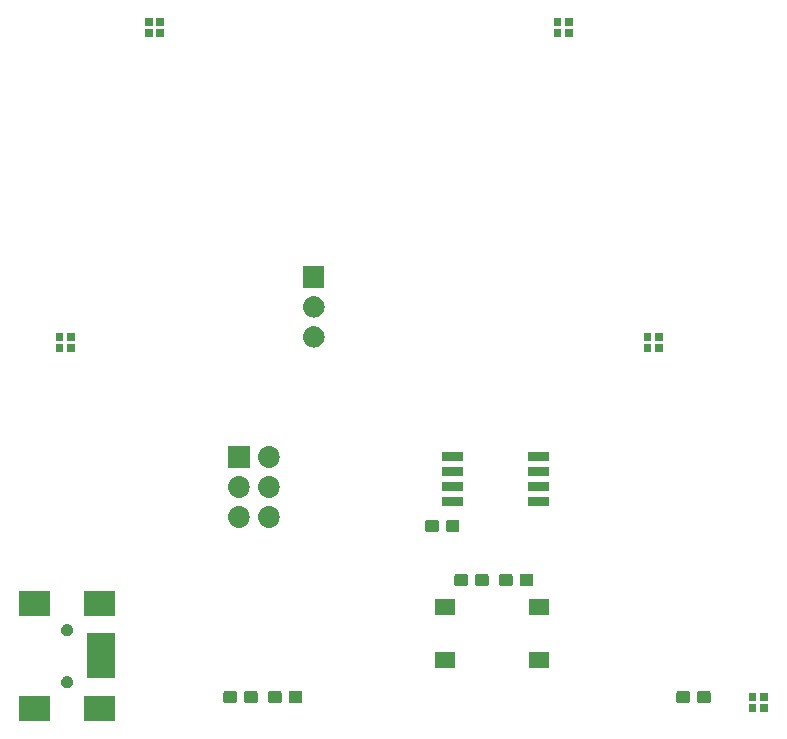
<source format=gbr>
G04 #@! TF.GenerationSoftware,KiCad,Pcbnew,(5.0.2)-1*
G04 #@! TF.CreationDate,2020-06-10T19:39:16-05:00*
G04 #@! TF.ProjectId,Base_Hardware,42617365-5f48-4617-9264-776172652e6b,rev?*
G04 #@! TF.SameCoordinates,Original*
G04 #@! TF.FileFunction,Soldermask,Top*
G04 #@! TF.FilePolarity,Negative*
%FSLAX46Y46*%
G04 Gerber Fmt 4.6, Leading zero omitted, Abs format (unit mm)*
G04 Created by KiCad (PCBNEW (5.0.2)-1) date 6/10/2020 7:39:16 PM*
%MOMM*%
%LPD*%
G01*
G04 APERTURE LIST*
%ADD10C,0.100000*%
G04 APERTURE END LIST*
D10*
G36*
X121597000Y-126481000D02*
X118995000Y-126481000D01*
X118995000Y-124379000D01*
X121597000Y-124379000D01*
X121597000Y-126481000D01*
X121597000Y-126481000D01*
G37*
G36*
X116097000Y-126481000D02*
X113495000Y-126481000D01*
X113495000Y-124379000D01*
X116097000Y-124379000D01*
X116097000Y-126481000D01*
X116097000Y-126481000D01*
G37*
G36*
X175906000Y-125736000D02*
X175254000Y-125736000D01*
X175254000Y-125084000D01*
X175906000Y-125084000D01*
X175906000Y-125736000D01*
X175906000Y-125736000D01*
G37*
G36*
X176856000Y-125736000D02*
X176204000Y-125736000D01*
X176204000Y-125084000D01*
X176856000Y-125084000D01*
X176856000Y-125736000D01*
X176856000Y-125736000D01*
G37*
G36*
X131760499Y-123938445D02*
X131797993Y-123949819D01*
X131832557Y-123968294D01*
X131862847Y-123993153D01*
X131887706Y-124023443D01*
X131906181Y-124058007D01*
X131917555Y-124095501D01*
X131922000Y-124140638D01*
X131922000Y-124779362D01*
X131917555Y-124824499D01*
X131906181Y-124861993D01*
X131887706Y-124896557D01*
X131862847Y-124926847D01*
X131832557Y-124951706D01*
X131797993Y-124970181D01*
X131760499Y-124981555D01*
X131715362Y-124986000D01*
X130976638Y-124986000D01*
X130931501Y-124981555D01*
X130894007Y-124970181D01*
X130859443Y-124951706D01*
X130829153Y-124926847D01*
X130804294Y-124896557D01*
X130785819Y-124861993D01*
X130774445Y-124824499D01*
X130770000Y-124779362D01*
X130770000Y-124140638D01*
X130774445Y-124095501D01*
X130785819Y-124058007D01*
X130804294Y-124023443D01*
X130829153Y-123993153D01*
X130859443Y-123968294D01*
X130894007Y-123949819D01*
X130931501Y-123938445D01*
X130976638Y-123934000D01*
X131715362Y-123934000D01*
X131760499Y-123938445D01*
X131760499Y-123938445D01*
G37*
G36*
X137292499Y-123938445D02*
X137329993Y-123949819D01*
X137364557Y-123968294D01*
X137394847Y-123993153D01*
X137419706Y-124023443D01*
X137438181Y-124058007D01*
X137449555Y-124095501D01*
X137454000Y-124140638D01*
X137454000Y-124779362D01*
X137449555Y-124824499D01*
X137438181Y-124861993D01*
X137419706Y-124896557D01*
X137394847Y-124926847D01*
X137364557Y-124951706D01*
X137329993Y-124970181D01*
X137292499Y-124981555D01*
X137247362Y-124986000D01*
X136508638Y-124986000D01*
X136463501Y-124981555D01*
X136426007Y-124970181D01*
X136391443Y-124951706D01*
X136361153Y-124926847D01*
X136336294Y-124896557D01*
X136317819Y-124861993D01*
X136306445Y-124824499D01*
X136302000Y-124779362D01*
X136302000Y-124140638D01*
X136306445Y-124095501D01*
X136317819Y-124058007D01*
X136336294Y-124023443D01*
X136361153Y-123993153D01*
X136391443Y-123968294D01*
X136426007Y-123949819D01*
X136463501Y-123938445D01*
X136508638Y-123934000D01*
X137247362Y-123934000D01*
X137292499Y-123938445D01*
X137292499Y-123938445D01*
G37*
G36*
X135542499Y-123938445D02*
X135579993Y-123949819D01*
X135614557Y-123968294D01*
X135644847Y-123993153D01*
X135669706Y-124023443D01*
X135688181Y-124058007D01*
X135699555Y-124095501D01*
X135704000Y-124140638D01*
X135704000Y-124779362D01*
X135699555Y-124824499D01*
X135688181Y-124861993D01*
X135669706Y-124896557D01*
X135644847Y-124926847D01*
X135614557Y-124951706D01*
X135579993Y-124970181D01*
X135542499Y-124981555D01*
X135497362Y-124986000D01*
X134758638Y-124986000D01*
X134713501Y-124981555D01*
X134676007Y-124970181D01*
X134641443Y-124951706D01*
X134611153Y-124926847D01*
X134586294Y-124896557D01*
X134567819Y-124861993D01*
X134556445Y-124824499D01*
X134552000Y-124779362D01*
X134552000Y-124140638D01*
X134556445Y-124095501D01*
X134567819Y-124058007D01*
X134586294Y-124023443D01*
X134611153Y-123993153D01*
X134641443Y-123968294D01*
X134676007Y-123949819D01*
X134713501Y-123938445D01*
X134758638Y-123934000D01*
X135497362Y-123934000D01*
X135542499Y-123938445D01*
X135542499Y-123938445D01*
G37*
G36*
X170114499Y-123938445D02*
X170151993Y-123949819D01*
X170186557Y-123968294D01*
X170216847Y-123993153D01*
X170241706Y-124023443D01*
X170260181Y-124058007D01*
X170271555Y-124095501D01*
X170276000Y-124140638D01*
X170276000Y-124779362D01*
X170271555Y-124824499D01*
X170260181Y-124861993D01*
X170241706Y-124896557D01*
X170216847Y-124926847D01*
X170186557Y-124951706D01*
X170151993Y-124970181D01*
X170114499Y-124981555D01*
X170069362Y-124986000D01*
X169330638Y-124986000D01*
X169285501Y-124981555D01*
X169248007Y-124970181D01*
X169213443Y-124951706D01*
X169183153Y-124926847D01*
X169158294Y-124896557D01*
X169139819Y-124861993D01*
X169128445Y-124824499D01*
X169124000Y-124779362D01*
X169124000Y-124140638D01*
X169128445Y-124095501D01*
X169139819Y-124058007D01*
X169158294Y-124023443D01*
X169183153Y-123993153D01*
X169213443Y-123968294D01*
X169248007Y-123949819D01*
X169285501Y-123938445D01*
X169330638Y-123934000D01*
X170069362Y-123934000D01*
X170114499Y-123938445D01*
X170114499Y-123938445D01*
G37*
G36*
X171864499Y-123938445D02*
X171901993Y-123949819D01*
X171936557Y-123968294D01*
X171966847Y-123993153D01*
X171991706Y-124023443D01*
X172010181Y-124058007D01*
X172021555Y-124095501D01*
X172026000Y-124140638D01*
X172026000Y-124779362D01*
X172021555Y-124824499D01*
X172010181Y-124861993D01*
X171991706Y-124896557D01*
X171966847Y-124926847D01*
X171936557Y-124951706D01*
X171901993Y-124970181D01*
X171864499Y-124981555D01*
X171819362Y-124986000D01*
X171080638Y-124986000D01*
X171035501Y-124981555D01*
X170998007Y-124970181D01*
X170963443Y-124951706D01*
X170933153Y-124926847D01*
X170908294Y-124896557D01*
X170889819Y-124861993D01*
X170878445Y-124824499D01*
X170874000Y-124779362D01*
X170874000Y-124140638D01*
X170878445Y-124095501D01*
X170889819Y-124058007D01*
X170908294Y-124023443D01*
X170933153Y-123993153D01*
X170963443Y-123968294D01*
X170998007Y-123949819D01*
X171035501Y-123938445D01*
X171080638Y-123934000D01*
X171819362Y-123934000D01*
X171864499Y-123938445D01*
X171864499Y-123938445D01*
G37*
G36*
X133510499Y-123938445D02*
X133547993Y-123949819D01*
X133582557Y-123968294D01*
X133612847Y-123993153D01*
X133637706Y-124023443D01*
X133656181Y-124058007D01*
X133667555Y-124095501D01*
X133672000Y-124140638D01*
X133672000Y-124779362D01*
X133667555Y-124824499D01*
X133656181Y-124861993D01*
X133637706Y-124896557D01*
X133612847Y-124926847D01*
X133582557Y-124951706D01*
X133547993Y-124970181D01*
X133510499Y-124981555D01*
X133465362Y-124986000D01*
X132726638Y-124986000D01*
X132681501Y-124981555D01*
X132644007Y-124970181D01*
X132609443Y-124951706D01*
X132579153Y-124926847D01*
X132554294Y-124896557D01*
X132535819Y-124861993D01*
X132524445Y-124824499D01*
X132520000Y-124779362D01*
X132520000Y-124140638D01*
X132524445Y-124095501D01*
X132535819Y-124058007D01*
X132554294Y-124023443D01*
X132579153Y-123993153D01*
X132609443Y-123968294D01*
X132644007Y-123949819D01*
X132681501Y-123938445D01*
X132726638Y-123934000D01*
X133465362Y-123934000D01*
X133510499Y-123938445D01*
X133510499Y-123938445D01*
G37*
G36*
X176856000Y-124786000D02*
X176204000Y-124786000D01*
X176204000Y-124134000D01*
X176856000Y-124134000D01*
X176856000Y-124786000D01*
X176856000Y-124786000D01*
G37*
G36*
X175906000Y-124786000D02*
X175254000Y-124786000D01*
X175254000Y-124134000D01*
X175906000Y-124134000D01*
X175906000Y-124786000D01*
X175906000Y-124786000D01*
G37*
G36*
X117692136Y-122698253D02*
X117783312Y-122736019D01*
X117865372Y-122790850D01*
X117935150Y-122860628D01*
X117989981Y-122942688D01*
X118027747Y-123033864D01*
X118047000Y-123130656D01*
X118047000Y-123229344D01*
X118027747Y-123326136D01*
X117989981Y-123417312D01*
X117935150Y-123499372D01*
X117865372Y-123569150D01*
X117783312Y-123623981D01*
X117692136Y-123661747D01*
X117595344Y-123681000D01*
X117496656Y-123681000D01*
X117399864Y-123661747D01*
X117308688Y-123623981D01*
X117226628Y-123569150D01*
X117156850Y-123499372D01*
X117102019Y-123417312D01*
X117064253Y-123326136D01*
X117045000Y-123229344D01*
X117045000Y-123130656D01*
X117064253Y-123033864D01*
X117102019Y-122942688D01*
X117156850Y-122860628D01*
X117226628Y-122790850D01*
X117308688Y-122736019D01*
X117399864Y-122698253D01*
X117496656Y-122679000D01*
X117595344Y-122679000D01*
X117692136Y-122698253D01*
X117692136Y-122698253D01*
G37*
G36*
X121597000Y-122881000D02*
X119195000Y-122881000D01*
X119195000Y-119079000D01*
X121597000Y-119079000D01*
X121597000Y-122881000D01*
X121597000Y-122881000D01*
G37*
G36*
X150346000Y-122041000D02*
X148694000Y-122041000D01*
X148694000Y-120639000D01*
X150346000Y-120639000D01*
X150346000Y-122041000D01*
X150346000Y-122041000D01*
G37*
G36*
X158306000Y-122041000D02*
X156654000Y-122041000D01*
X156654000Y-120639000D01*
X158306000Y-120639000D01*
X158306000Y-122041000D01*
X158306000Y-122041000D01*
G37*
G36*
X117692136Y-118298253D02*
X117783312Y-118336019D01*
X117865372Y-118390850D01*
X117935150Y-118460628D01*
X117989981Y-118542688D01*
X118027747Y-118633864D01*
X118047000Y-118730656D01*
X118047000Y-118829344D01*
X118027747Y-118926136D01*
X117989981Y-119017312D01*
X117935150Y-119099372D01*
X117865372Y-119169150D01*
X117783312Y-119223981D01*
X117692136Y-119261747D01*
X117595344Y-119281000D01*
X117496656Y-119281000D01*
X117399864Y-119261747D01*
X117308688Y-119223981D01*
X117226628Y-119169150D01*
X117156850Y-119099372D01*
X117102019Y-119017312D01*
X117064253Y-118926136D01*
X117045000Y-118829344D01*
X117045000Y-118730656D01*
X117064253Y-118633864D01*
X117102019Y-118542688D01*
X117156850Y-118460628D01*
X117226628Y-118390850D01*
X117308688Y-118336019D01*
X117399864Y-118298253D01*
X117496656Y-118279000D01*
X117595344Y-118279000D01*
X117692136Y-118298253D01*
X117692136Y-118298253D01*
G37*
G36*
X116097000Y-117581000D02*
X113495000Y-117581000D01*
X113495000Y-115479000D01*
X116097000Y-115479000D01*
X116097000Y-117581000D01*
X116097000Y-117581000D01*
G37*
G36*
X121597000Y-117581000D02*
X118995000Y-117581000D01*
X118995000Y-115479000D01*
X121597000Y-115479000D01*
X121597000Y-117581000D01*
X121597000Y-117581000D01*
G37*
G36*
X158306000Y-117541000D02*
X156654000Y-117541000D01*
X156654000Y-116139000D01*
X158306000Y-116139000D01*
X158306000Y-117541000D01*
X158306000Y-117541000D01*
G37*
G36*
X150346000Y-117541000D02*
X148694000Y-117541000D01*
X148694000Y-116139000D01*
X150346000Y-116139000D01*
X150346000Y-117541000D01*
X150346000Y-117541000D01*
G37*
G36*
X155100499Y-114032445D02*
X155137993Y-114043819D01*
X155172557Y-114062294D01*
X155202847Y-114087153D01*
X155227706Y-114117443D01*
X155246181Y-114152007D01*
X155257555Y-114189501D01*
X155262000Y-114234638D01*
X155262000Y-114873362D01*
X155257555Y-114918499D01*
X155246181Y-114955993D01*
X155227706Y-114990557D01*
X155202847Y-115020847D01*
X155172557Y-115045706D01*
X155137993Y-115064181D01*
X155100499Y-115075555D01*
X155055362Y-115080000D01*
X154316638Y-115080000D01*
X154271501Y-115075555D01*
X154234007Y-115064181D01*
X154199443Y-115045706D01*
X154169153Y-115020847D01*
X154144294Y-114990557D01*
X154125819Y-114955993D01*
X154114445Y-114918499D01*
X154110000Y-114873362D01*
X154110000Y-114234638D01*
X154114445Y-114189501D01*
X154125819Y-114152007D01*
X154144294Y-114117443D01*
X154169153Y-114087153D01*
X154199443Y-114062294D01*
X154234007Y-114043819D01*
X154271501Y-114032445D01*
X154316638Y-114028000D01*
X155055362Y-114028000D01*
X155100499Y-114032445D01*
X155100499Y-114032445D01*
G37*
G36*
X153068499Y-114032445D02*
X153105993Y-114043819D01*
X153140557Y-114062294D01*
X153170847Y-114087153D01*
X153195706Y-114117443D01*
X153214181Y-114152007D01*
X153225555Y-114189501D01*
X153230000Y-114234638D01*
X153230000Y-114873362D01*
X153225555Y-114918499D01*
X153214181Y-114955993D01*
X153195706Y-114990557D01*
X153170847Y-115020847D01*
X153140557Y-115045706D01*
X153105993Y-115064181D01*
X153068499Y-115075555D01*
X153023362Y-115080000D01*
X152284638Y-115080000D01*
X152239501Y-115075555D01*
X152202007Y-115064181D01*
X152167443Y-115045706D01*
X152137153Y-115020847D01*
X152112294Y-114990557D01*
X152093819Y-114955993D01*
X152082445Y-114918499D01*
X152078000Y-114873362D01*
X152078000Y-114234638D01*
X152082445Y-114189501D01*
X152093819Y-114152007D01*
X152112294Y-114117443D01*
X152137153Y-114087153D01*
X152167443Y-114062294D01*
X152202007Y-114043819D01*
X152239501Y-114032445D01*
X152284638Y-114028000D01*
X153023362Y-114028000D01*
X153068499Y-114032445D01*
X153068499Y-114032445D01*
G37*
G36*
X151318499Y-114032445D02*
X151355993Y-114043819D01*
X151390557Y-114062294D01*
X151420847Y-114087153D01*
X151445706Y-114117443D01*
X151464181Y-114152007D01*
X151475555Y-114189501D01*
X151480000Y-114234638D01*
X151480000Y-114873362D01*
X151475555Y-114918499D01*
X151464181Y-114955993D01*
X151445706Y-114990557D01*
X151420847Y-115020847D01*
X151390557Y-115045706D01*
X151355993Y-115064181D01*
X151318499Y-115075555D01*
X151273362Y-115080000D01*
X150534638Y-115080000D01*
X150489501Y-115075555D01*
X150452007Y-115064181D01*
X150417443Y-115045706D01*
X150387153Y-115020847D01*
X150362294Y-114990557D01*
X150343819Y-114955993D01*
X150332445Y-114918499D01*
X150328000Y-114873362D01*
X150328000Y-114234638D01*
X150332445Y-114189501D01*
X150343819Y-114152007D01*
X150362294Y-114117443D01*
X150387153Y-114087153D01*
X150417443Y-114062294D01*
X150452007Y-114043819D01*
X150489501Y-114032445D01*
X150534638Y-114028000D01*
X151273362Y-114028000D01*
X151318499Y-114032445D01*
X151318499Y-114032445D01*
G37*
G36*
X156850499Y-114032445D02*
X156887993Y-114043819D01*
X156922557Y-114062294D01*
X156952847Y-114087153D01*
X156977706Y-114117443D01*
X156996181Y-114152007D01*
X157007555Y-114189501D01*
X157012000Y-114234638D01*
X157012000Y-114873362D01*
X157007555Y-114918499D01*
X156996181Y-114955993D01*
X156977706Y-114990557D01*
X156952847Y-115020847D01*
X156922557Y-115045706D01*
X156887993Y-115064181D01*
X156850499Y-115075555D01*
X156805362Y-115080000D01*
X156066638Y-115080000D01*
X156021501Y-115075555D01*
X155984007Y-115064181D01*
X155949443Y-115045706D01*
X155919153Y-115020847D01*
X155894294Y-114990557D01*
X155875819Y-114955993D01*
X155864445Y-114918499D01*
X155860000Y-114873362D01*
X155860000Y-114234638D01*
X155864445Y-114189501D01*
X155875819Y-114152007D01*
X155894294Y-114117443D01*
X155919153Y-114087153D01*
X155949443Y-114062294D01*
X155984007Y-114043819D01*
X156021501Y-114032445D01*
X156066638Y-114028000D01*
X156805362Y-114028000D01*
X156850499Y-114032445D01*
X156850499Y-114032445D01*
G37*
G36*
X150594499Y-109460445D02*
X150631993Y-109471819D01*
X150666557Y-109490294D01*
X150696847Y-109515153D01*
X150721706Y-109545443D01*
X150740181Y-109580007D01*
X150751555Y-109617501D01*
X150756000Y-109662638D01*
X150756000Y-110301362D01*
X150751555Y-110346499D01*
X150740181Y-110383993D01*
X150721706Y-110418557D01*
X150696847Y-110448847D01*
X150666557Y-110473706D01*
X150631993Y-110492181D01*
X150594499Y-110503555D01*
X150549362Y-110508000D01*
X149810638Y-110508000D01*
X149765501Y-110503555D01*
X149728007Y-110492181D01*
X149693443Y-110473706D01*
X149663153Y-110448847D01*
X149638294Y-110418557D01*
X149619819Y-110383993D01*
X149608445Y-110346499D01*
X149604000Y-110301362D01*
X149604000Y-109662638D01*
X149608445Y-109617501D01*
X149619819Y-109580007D01*
X149638294Y-109545443D01*
X149663153Y-109515153D01*
X149693443Y-109490294D01*
X149728007Y-109471819D01*
X149765501Y-109460445D01*
X149810638Y-109456000D01*
X150549362Y-109456000D01*
X150594499Y-109460445D01*
X150594499Y-109460445D01*
G37*
G36*
X148844499Y-109460445D02*
X148881993Y-109471819D01*
X148916557Y-109490294D01*
X148946847Y-109515153D01*
X148971706Y-109545443D01*
X148990181Y-109580007D01*
X149001555Y-109617501D01*
X149006000Y-109662638D01*
X149006000Y-110301362D01*
X149001555Y-110346499D01*
X148990181Y-110383993D01*
X148971706Y-110418557D01*
X148946847Y-110448847D01*
X148916557Y-110473706D01*
X148881993Y-110492181D01*
X148844499Y-110503555D01*
X148799362Y-110508000D01*
X148060638Y-110508000D01*
X148015501Y-110503555D01*
X147978007Y-110492181D01*
X147943443Y-110473706D01*
X147913153Y-110448847D01*
X147888294Y-110418557D01*
X147869819Y-110383993D01*
X147858445Y-110346499D01*
X147854000Y-110301362D01*
X147854000Y-109662638D01*
X147858445Y-109617501D01*
X147869819Y-109580007D01*
X147888294Y-109545443D01*
X147913153Y-109515153D01*
X147943443Y-109490294D01*
X147978007Y-109471819D01*
X148015501Y-109460445D01*
X148060638Y-109456000D01*
X148799362Y-109456000D01*
X148844499Y-109460445D01*
X148844499Y-109460445D01*
G37*
G36*
X134799294Y-108318633D02*
X134971694Y-108370931D01*
X134971696Y-108370932D01*
X135130583Y-108455859D01*
X135130585Y-108455860D01*
X135130584Y-108455860D01*
X135269849Y-108570151D01*
X135384140Y-108709416D01*
X135469069Y-108868306D01*
X135521367Y-109040706D01*
X135539025Y-109220000D01*
X135521367Y-109399294D01*
X135477032Y-109545443D01*
X135469068Y-109571696D01*
X135384141Y-109730583D01*
X135269849Y-109869849D01*
X135130583Y-109984141D01*
X134971696Y-110069068D01*
X134971694Y-110069069D01*
X134799294Y-110121367D01*
X134664931Y-110134600D01*
X134575069Y-110134600D01*
X134440706Y-110121367D01*
X134268306Y-110069069D01*
X134268304Y-110069068D01*
X134109417Y-109984141D01*
X133970151Y-109869849D01*
X133855859Y-109730583D01*
X133770932Y-109571696D01*
X133762968Y-109545443D01*
X133718633Y-109399294D01*
X133700975Y-109220000D01*
X133718633Y-109040706D01*
X133770931Y-108868306D01*
X133855860Y-108709416D01*
X133970151Y-108570151D01*
X134109416Y-108455860D01*
X134109415Y-108455860D01*
X134109417Y-108455859D01*
X134268304Y-108370932D01*
X134268306Y-108370931D01*
X134440706Y-108318633D01*
X134575069Y-108305400D01*
X134664931Y-108305400D01*
X134799294Y-108318633D01*
X134799294Y-108318633D01*
G37*
G36*
X132259294Y-108318633D02*
X132431694Y-108370931D01*
X132431696Y-108370932D01*
X132590583Y-108455859D01*
X132590585Y-108455860D01*
X132590584Y-108455860D01*
X132729849Y-108570151D01*
X132844140Y-108709416D01*
X132929069Y-108868306D01*
X132981367Y-109040706D01*
X132999025Y-109220000D01*
X132981367Y-109399294D01*
X132937032Y-109545443D01*
X132929068Y-109571696D01*
X132844141Y-109730583D01*
X132729849Y-109869849D01*
X132590583Y-109984141D01*
X132431696Y-110069068D01*
X132431694Y-110069069D01*
X132259294Y-110121367D01*
X132124931Y-110134600D01*
X132035069Y-110134600D01*
X131900706Y-110121367D01*
X131728306Y-110069069D01*
X131728304Y-110069068D01*
X131569417Y-109984141D01*
X131430151Y-109869849D01*
X131315859Y-109730583D01*
X131230932Y-109571696D01*
X131222968Y-109545443D01*
X131178633Y-109399294D01*
X131160975Y-109220000D01*
X131178633Y-109040706D01*
X131230931Y-108868306D01*
X131315860Y-108709416D01*
X131430151Y-108570151D01*
X131569416Y-108455860D01*
X131569415Y-108455860D01*
X131569417Y-108455859D01*
X131728304Y-108370932D01*
X131728306Y-108370931D01*
X131900706Y-108318633D01*
X132035069Y-108305400D01*
X132124931Y-108305400D01*
X132259294Y-108318633D01*
X132259294Y-108318633D01*
G37*
G36*
X151081000Y-108326000D02*
X149279000Y-108326000D01*
X149279000Y-107574000D01*
X151081000Y-107574000D01*
X151081000Y-108326000D01*
X151081000Y-108326000D01*
G37*
G36*
X158381000Y-108326000D02*
X156579000Y-108326000D01*
X156579000Y-107574000D01*
X158381000Y-107574000D01*
X158381000Y-108326000D01*
X158381000Y-108326000D01*
G37*
G36*
X132259294Y-105778633D02*
X132431694Y-105830931D01*
X132431696Y-105830932D01*
X132590583Y-105915859D01*
X132590585Y-105915860D01*
X132590584Y-105915860D01*
X132729849Y-106030151D01*
X132844140Y-106169416D01*
X132929069Y-106328306D01*
X132981367Y-106500706D01*
X132999025Y-106680000D01*
X132981367Y-106859294D01*
X132929069Y-107031694D01*
X132929068Y-107031696D01*
X132844141Y-107190583D01*
X132729849Y-107329849D01*
X132590583Y-107444141D01*
X132431696Y-107529068D01*
X132431694Y-107529069D01*
X132259294Y-107581367D01*
X132124931Y-107594600D01*
X132035069Y-107594600D01*
X131900706Y-107581367D01*
X131728306Y-107529069D01*
X131728304Y-107529068D01*
X131569417Y-107444141D01*
X131430151Y-107329849D01*
X131315859Y-107190583D01*
X131230932Y-107031696D01*
X131230931Y-107031694D01*
X131178633Y-106859294D01*
X131160975Y-106680000D01*
X131178633Y-106500706D01*
X131230931Y-106328306D01*
X131315860Y-106169416D01*
X131430151Y-106030151D01*
X131569416Y-105915860D01*
X131569415Y-105915860D01*
X131569417Y-105915859D01*
X131728304Y-105830932D01*
X131728306Y-105830931D01*
X131900706Y-105778633D01*
X132035069Y-105765400D01*
X132124931Y-105765400D01*
X132259294Y-105778633D01*
X132259294Y-105778633D01*
G37*
G36*
X134799294Y-105778633D02*
X134971694Y-105830931D01*
X134971696Y-105830932D01*
X135130583Y-105915859D01*
X135130585Y-105915860D01*
X135130584Y-105915860D01*
X135269849Y-106030151D01*
X135384140Y-106169416D01*
X135469069Y-106328306D01*
X135521367Y-106500706D01*
X135539025Y-106680000D01*
X135521367Y-106859294D01*
X135469069Y-107031694D01*
X135469068Y-107031696D01*
X135384141Y-107190583D01*
X135269849Y-107329849D01*
X135130583Y-107444141D01*
X134971696Y-107529068D01*
X134971694Y-107529069D01*
X134799294Y-107581367D01*
X134664931Y-107594600D01*
X134575069Y-107594600D01*
X134440706Y-107581367D01*
X134268306Y-107529069D01*
X134268304Y-107529068D01*
X134109417Y-107444141D01*
X133970151Y-107329849D01*
X133855859Y-107190583D01*
X133770932Y-107031696D01*
X133770931Y-107031694D01*
X133718633Y-106859294D01*
X133700975Y-106680000D01*
X133718633Y-106500706D01*
X133770931Y-106328306D01*
X133855860Y-106169416D01*
X133970151Y-106030151D01*
X134109416Y-105915860D01*
X134109415Y-105915860D01*
X134109417Y-105915859D01*
X134268304Y-105830932D01*
X134268306Y-105830931D01*
X134440706Y-105778633D01*
X134575069Y-105765400D01*
X134664931Y-105765400D01*
X134799294Y-105778633D01*
X134799294Y-105778633D01*
G37*
G36*
X158381000Y-107056000D02*
X156579000Y-107056000D01*
X156579000Y-106304000D01*
X158381000Y-106304000D01*
X158381000Y-107056000D01*
X158381000Y-107056000D01*
G37*
G36*
X151081000Y-107056000D02*
X149279000Y-107056000D01*
X149279000Y-106304000D01*
X151081000Y-106304000D01*
X151081000Y-107056000D01*
X151081000Y-107056000D01*
G37*
G36*
X158381000Y-105786000D02*
X156579000Y-105786000D01*
X156579000Y-105034000D01*
X158381000Y-105034000D01*
X158381000Y-105786000D01*
X158381000Y-105786000D01*
G37*
G36*
X151081000Y-105786000D02*
X149279000Y-105786000D01*
X149279000Y-105034000D01*
X151081000Y-105034000D01*
X151081000Y-105786000D01*
X151081000Y-105786000D01*
G37*
G36*
X134799294Y-103238633D02*
X134971694Y-103290931D01*
X134971696Y-103290932D01*
X135130583Y-103375859D01*
X135130585Y-103375860D01*
X135130584Y-103375860D01*
X135269849Y-103490151D01*
X135384140Y-103629416D01*
X135469069Y-103788306D01*
X135521367Y-103960706D01*
X135539025Y-104140000D01*
X135521367Y-104319294D01*
X135469069Y-104491694D01*
X135469068Y-104491696D01*
X135384141Y-104650583D01*
X135269849Y-104789849D01*
X135130583Y-104904141D01*
X134971696Y-104989068D01*
X134971694Y-104989069D01*
X134799294Y-105041367D01*
X134664931Y-105054600D01*
X134575069Y-105054600D01*
X134440706Y-105041367D01*
X134268306Y-104989069D01*
X134268304Y-104989068D01*
X134109417Y-104904141D01*
X133970151Y-104789849D01*
X133855859Y-104650583D01*
X133770932Y-104491696D01*
X133770931Y-104491694D01*
X133718633Y-104319294D01*
X133700975Y-104140000D01*
X133718633Y-103960706D01*
X133770931Y-103788306D01*
X133855860Y-103629416D01*
X133970151Y-103490151D01*
X134109416Y-103375860D01*
X134109415Y-103375860D01*
X134109417Y-103375859D01*
X134268304Y-103290932D01*
X134268306Y-103290931D01*
X134440706Y-103238633D01*
X134575069Y-103225400D01*
X134664931Y-103225400D01*
X134799294Y-103238633D01*
X134799294Y-103238633D01*
G37*
G36*
X132994600Y-105054600D02*
X131165400Y-105054600D01*
X131165400Y-103225400D01*
X132994600Y-103225400D01*
X132994600Y-105054600D01*
X132994600Y-105054600D01*
G37*
G36*
X151081000Y-104516000D02*
X149279000Y-104516000D01*
X149279000Y-103764000D01*
X151081000Y-103764000D01*
X151081000Y-104516000D01*
X151081000Y-104516000D01*
G37*
G36*
X158381000Y-104516000D02*
X156579000Y-104516000D01*
X156579000Y-103764000D01*
X158381000Y-103764000D01*
X158381000Y-104516000D01*
X158381000Y-104516000D01*
G37*
G36*
X117232000Y-95256000D02*
X116580000Y-95256000D01*
X116580000Y-94604000D01*
X117232000Y-94604000D01*
X117232000Y-95256000D01*
X117232000Y-95256000D01*
G37*
G36*
X118182000Y-95256000D02*
X117530000Y-95256000D01*
X117530000Y-94604000D01*
X118182000Y-94604000D01*
X118182000Y-95256000D01*
X118182000Y-95256000D01*
G37*
G36*
X167966000Y-95245800D02*
X167314000Y-95245800D01*
X167314000Y-94593800D01*
X167966000Y-94593800D01*
X167966000Y-95245800D01*
X167966000Y-95245800D01*
G37*
G36*
X167016000Y-95245800D02*
X166364000Y-95245800D01*
X166364000Y-94593800D01*
X167016000Y-94593800D01*
X167016000Y-95245800D01*
X167016000Y-95245800D01*
G37*
G36*
X138540443Y-93085519D02*
X138606627Y-93092037D01*
X138719853Y-93126384D01*
X138776467Y-93143557D01*
X138915087Y-93217652D01*
X138932991Y-93227222D01*
X138968729Y-93256552D01*
X139070186Y-93339814D01*
X139153448Y-93441271D01*
X139182778Y-93477009D01*
X139182779Y-93477011D01*
X139266443Y-93633533D01*
X139266443Y-93633534D01*
X139317963Y-93803373D01*
X139335359Y-93980000D01*
X139317963Y-94156627D01*
X139283616Y-94269853D01*
X139266443Y-94326467D01*
X139192348Y-94465087D01*
X139182778Y-94482991D01*
X139153448Y-94518729D01*
X139070186Y-94620186D01*
X138968729Y-94703448D01*
X138932991Y-94732778D01*
X138932989Y-94732779D01*
X138776467Y-94816443D01*
X138719853Y-94833616D01*
X138606627Y-94867963D01*
X138540443Y-94874481D01*
X138474260Y-94881000D01*
X138385740Y-94881000D01*
X138319557Y-94874481D01*
X138253373Y-94867963D01*
X138140147Y-94833616D01*
X138083533Y-94816443D01*
X137927011Y-94732779D01*
X137927009Y-94732778D01*
X137891271Y-94703448D01*
X137789814Y-94620186D01*
X137706552Y-94518729D01*
X137677222Y-94482991D01*
X137667652Y-94465087D01*
X137593557Y-94326467D01*
X137576384Y-94269853D01*
X137542037Y-94156627D01*
X137524641Y-93980000D01*
X137542037Y-93803373D01*
X137593557Y-93633534D01*
X137593557Y-93633533D01*
X137677221Y-93477011D01*
X137677222Y-93477009D01*
X137706552Y-93441271D01*
X137789814Y-93339814D01*
X137891271Y-93256552D01*
X137927009Y-93227222D01*
X137944913Y-93217652D01*
X138083533Y-93143557D01*
X138140147Y-93126384D01*
X138253373Y-93092037D01*
X138319557Y-93085519D01*
X138385740Y-93079000D01*
X138474260Y-93079000D01*
X138540443Y-93085519D01*
X138540443Y-93085519D01*
G37*
G36*
X118182000Y-94306000D02*
X117530000Y-94306000D01*
X117530000Y-93654000D01*
X118182000Y-93654000D01*
X118182000Y-94306000D01*
X118182000Y-94306000D01*
G37*
G36*
X117232000Y-94306000D02*
X116580000Y-94306000D01*
X116580000Y-93654000D01*
X117232000Y-93654000D01*
X117232000Y-94306000D01*
X117232000Y-94306000D01*
G37*
G36*
X167966000Y-94295800D02*
X167314000Y-94295800D01*
X167314000Y-93643800D01*
X167966000Y-93643800D01*
X167966000Y-94295800D01*
X167966000Y-94295800D01*
G37*
G36*
X167016000Y-94295800D02*
X166364000Y-94295800D01*
X166364000Y-93643800D01*
X167016000Y-93643800D01*
X167016000Y-94295800D01*
X167016000Y-94295800D01*
G37*
G36*
X138540443Y-90545519D02*
X138606627Y-90552037D01*
X138719853Y-90586384D01*
X138776467Y-90603557D01*
X138915087Y-90677652D01*
X138932991Y-90687222D01*
X138968729Y-90716552D01*
X139070186Y-90799814D01*
X139153448Y-90901271D01*
X139182778Y-90937009D01*
X139182779Y-90937011D01*
X139266443Y-91093533D01*
X139266443Y-91093534D01*
X139317963Y-91263373D01*
X139335359Y-91440000D01*
X139317963Y-91616627D01*
X139283616Y-91729853D01*
X139266443Y-91786467D01*
X139192348Y-91925087D01*
X139182778Y-91942991D01*
X139153448Y-91978729D01*
X139070186Y-92080186D01*
X138968729Y-92163448D01*
X138932991Y-92192778D01*
X138932989Y-92192779D01*
X138776467Y-92276443D01*
X138719853Y-92293616D01*
X138606627Y-92327963D01*
X138540443Y-92334481D01*
X138474260Y-92341000D01*
X138385740Y-92341000D01*
X138319557Y-92334481D01*
X138253373Y-92327963D01*
X138140147Y-92293616D01*
X138083533Y-92276443D01*
X137927011Y-92192779D01*
X137927009Y-92192778D01*
X137891271Y-92163448D01*
X137789814Y-92080186D01*
X137706552Y-91978729D01*
X137677222Y-91942991D01*
X137667652Y-91925087D01*
X137593557Y-91786467D01*
X137576384Y-91729853D01*
X137542037Y-91616627D01*
X137524641Y-91440000D01*
X137542037Y-91263373D01*
X137593557Y-91093534D01*
X137593557Y-91093533D01*
X137677221Y-90937011D01*
X137677222Y-90937009D01*
X137706552Y-90901271D01*
X137789814Y-90799814D01*
X137891271Y-90716552D01*
X137927009Y-90687222D01*
X137944913Y-90677652D01*
X138083533Y-90603557D01*
X138140147Y-90586384D01*
X138253373Y-90552037D01*
X138319557Y-90545519D01*
X138385740Y-90539000D01*
X138474260Y-90539000D01*
X138540443Y-90545519D01*
X138540443Y-90545519D01*
G37*
G36*
X139331000Y-89801000D02*
X137529000Y-89801000D01*
X137529000Y-87999000D01*
X139331000Y-87999000D01*
X139331000Y-89801000D01*
X139331000Y-89801000D01*
G37*
G36*
X124775800Y-68596200D02*
X124123800Y-68596200D01*
X124123800Y-67944200D01*
X124775800Y-67944200D01*
X124775800Y-68596200D01*
X124775800Y-68596200D01*
G37*
G36*
X125725800Y-68596200D02*
X125073800Y-68596200D01*
X125073800Y-67944200D01*
X125725800Y-67944200D01*
X125725800Y-68596200D01*
X125725800Y-68596200D01*
G37*
G36*
X159396000Y-68586000D02*
X158744000Y-68586000D01*
X158744000Y-67934000D01*
X159396000Y-67934000D01*
X159396000Y-68586000D01*
X159396000Y-68586000D01*
G37*
G36*
X160346000Y-68586000D02*
X159694000Y-68586000D01*
X159694000Y-67934000D01*
X160346000Y-67934000D01*
X160346000Y-68586000D01*
X160346000Y-68586000D01*
G37*
G36*
X124775800Y-67646200D02*
X124123800Y-67646200D01*
X124123800Y-66994200D01*
X124775800Y-66994200D01*
X124775800Y-67646200D01*
X124775800Y-67646200D01*
G37*
G36*
X125725800Y-67646200D02*
X125073800Y-67646200D01*
X125073800Y-66994200D01*
X125725800Y-66994200D01*
X125725800Y-67646200D01*
X125725800Y-67646200D01*
G37*
G36*
X160346000Y-67636000D02*
X159694000Y-67636000D01*
X159694000Y-66984000D01*
X160346000Y-66984000D01*
X160346000Y-67636000D01*
X160346000Y-67636000D01*
G37*
G36*
X159396000Y-67636000D02*
X158744000Y-67636000D01*
X158744000Y-66984000D01*
X159396000Y-66984000D01*
X159396000Y-67636000D01*
X159396000Y-67636000D01*
G37*
M02*

</source>
